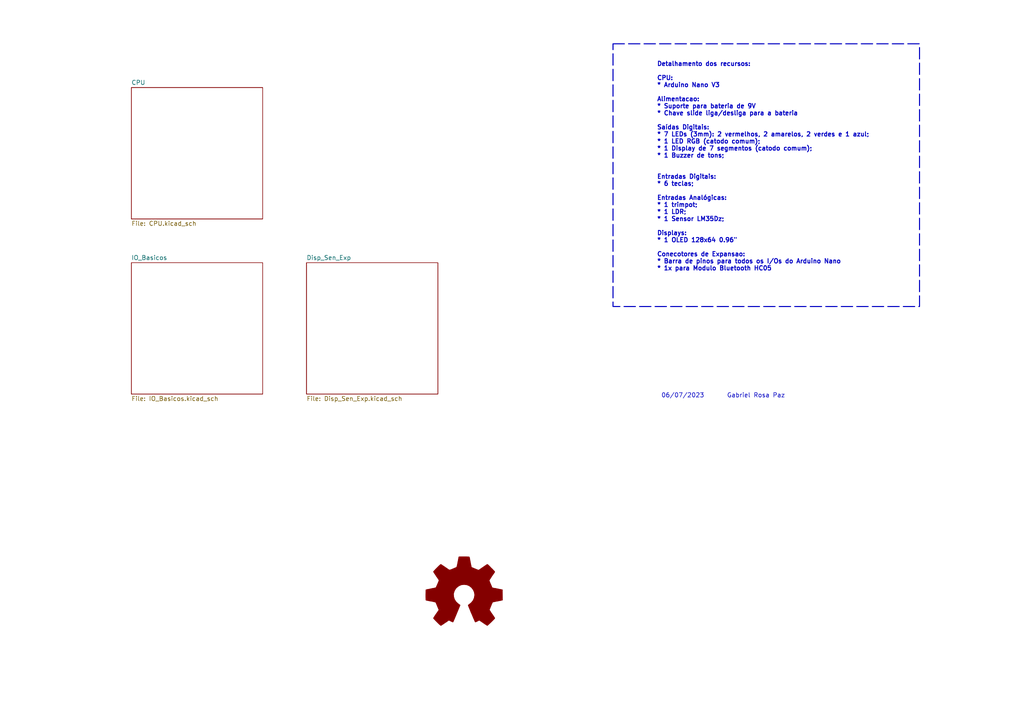
<source format=kicad_sch>
(kicad_sch (version 20230121) (generator eeschema)

  (uuid 3e591e0e-5437-4f77-92e2-a0af15396d17)

  (paper "A4")

  (title_block
    (title "Projeto Open LabGenios Arduino Nano")
    (date "2023-06-27")
    (rev "V1.0")
    (comment 1 "Gabriel Rosa Paz")
    (comment 3 "Placa para ensino de programação e microcontroladores para jovens e iniciantes")
    (comment 4 "Primeiro detalhamento")
  )

  (lib_symbols
    (symbol "Graphic:Logo_Open_Hardware_Large" (in_bom no) (on_board no)
      (property "Reference" "#SYM" (at 0 12.7 0)
        (effects (font (size 1.27 1.27)) hide)
      )
      (property "Value" "Logo_Open_Hardware_Large" (at 0 -10.16 0)
        (effects (font (size 1.27 1.27)) hide)
      )
      (property "Footprint" "" (at 0 0 0)
        (effects (font (size 1.27 1.27)) hide)
      )
      (property "Datasheet" "~" (at 0 0 0)
        (effects (font (size 1.27 1.27)) hide)
      )
      (property "Sim.Enable" "0" (at 0 0 0)
        (effects (font (size 1.27 1.27)) hide)
      )
      (property "ki_keywords" "Logo" (at 0 0 0)
        (effects (font (size 1.27 1.27)) hide)
      )
      (property "ki_description" "Open Hardware logo, large" (at 0 0 0)
        (effects (font (size 1.27 1.27)) hide)
      )
      (symbol "Logo_Open_Hardware_Large_1_1"
        (polyline
          (pts
            (xy 6.731 -8.7122)
            (xy 6.6294 -8.6614)
            (xy 6.35 -8.4836)
            (xy 5.9944 -8.255)
            (xy 5.5372 -7.9502)
            (xy 5.1054 -7.6454)
            (xy 4.7498 -7.4168)
            (xy 4.4958 -7.239)
            (xy 4.3942 -7.1882)
            (xy 4.318 -7.2136)
            (xy 4.1148 -7.3152)
            (xy 3.81 -7.4676)
            (xy 3.6322 -7.5692)
            (xy 3.3528 -7.6708)
            (xy 3.2258 -7.6962)
            (xy 3.2004 -7.6708)
            (xy 3.0988 -7.4676)
            (xy 2.9464 -7.0866)
            (xy 2.7178 -6.604)
            (xy 2.4892 -6.0452)
            (xy 2.2352 -5.4356)
            (xy 1.9558 -4.826)
            (xy 1.7272 -4.2164)
            (xy 1.4986 -3.683)
            (xy 1.3208 -3.2512)
            (xy 1.2192 -2.9464)
            (xy 1.1684 -2.8194)
            (xy 1.1938 -2.794)
            (xy 1.3208 -2.667)
            (xy 1.5748 -2.4892)
            (xy 2.0828 -2.0574)
            (xy 2.6162 -1.397)
            (xy 2.921 -0.6604)
            (xy 3.048 0.1524)
            (xy 2.9464 0.9144)
            (xy 2.6416 1.6256)
            (xy 2.1336 2.286)
            (xy 1.524 2.7686)
            (xy 0.8128 3.0734)
            (xy 0 3.175)
            (xy -0.762 3.0988)
            (xy -1.4986 2.794)
            (xy -2.159 2.286)
            (xy -2.4384 1.9812)
            (xy -2.8194 1.3208)
            (xy -3.048 0.6096)
            (xy -3.0734 0.4318)
            (xy -3.0226 -0.3556)
            (xy -2.794 -1.0922)
            (xy -2.3876 -1.7526)
            (xy -1.8288 -2.3114)
            (xy -1.7526 -2.3622)
            (xy -1.4732 -2.5654)
            (xy -1.2954 -2.6924)
            (xy -1.1684 -2.8194)
            (xy -2.159 -5.207)
            (xy -2.3114 -5.588)
            (xy -2.5908 -6.2484)
            (xy -2.8194 -6.8072)
            (xy -3.0226 -7.2644)
            (xy -3.1496 -7.5692)
            (xy -3.2258 -7.6708)
            (xy -3.2258 -7.6962)
            (xy -3.302 -7.6962)
            (xy -3.4798 -7.6454)
            (xy -3.8354 -7.4676)
            (xy -4.0386 -7.366)
            (xy -4.2926 -7.239)
            (xy -4.4196 -7.1882)
            (xy -4.5212 -7.239)
            (xy -4.7498 -7.3914)
            (xy -5.1054 -7.6454)
            (xy -5.5372 -7.9248)
            (xy -5.9436 -8.2042)
            (xy -6.3246 -8.4582)
            (xy -6.604 -8.636)
            (xy -6.731 -8.7122)
            (xy -6.7564 -8.7122)
            (xy -6.858 -8.636)
            (xy -7.0866 -8.4582)
            (xy -7.4168 -8.1534)
            (xy -7.874 -7.6962)
            (xy -7.9502 -7.62)
            (xy -8.3312 -7.239)
            (xy -8.636 -6.9088)
            (xy -8.8392 -6.6802)
            (xy -8.9154 -6.5786)
            (xy -8.9154 -6.5786)
            (xy -8.8392 -6.4516)
            (xy -8.6614 -6.1722)
            (xy -8.4328 -5.7912)
            (xy -8.128 -5.3594)
            (xy -7.3152 -4.191)
            (xy -7.7724 -3.0988)
            (xy -7.8994 -2.7686)
            (xy -8.0772 -2.3622)
            (xy -8.2042 -2.0828)
            (xy -8.255 -1.9558)
            (xy -8.382 -1.905)
            (xy -8.6614 -1.8542)
            (xy -9.0932 -1.7526)
            (xy -9.6266 -1.651)
            (xy -10.1092 -1.5748)
            (xy -10.541 -1.4732)
            (xy -10.8712 -1.4224)
            (xy -11.0236 -1.397)
            (xy -11.049 -1.3716)
            (xy -11.0744 -1.2954)
            (xy -11.0998 -1.143)
            (xy -11.0998 -0.889)
            (xy -11.1252 -0.4572)
            (xy -11.1252 0.1524)
            (xy -11.1252 0.2286)
            (xy -11.0998 0.8128)
            (xy -11.0998 1.27)
            (xy -11.0744 1.5494)
            (xy -11.0744 1.6764)
            (xy -11.0744 1.6764)
            (xy -10.922 1.7018)
            (xy -10.6172 1.778)
            (xy -10.16 1.8542)
            (xy -9.652 1.9558)
            (xy -9.6012 1.9812)
            (xy -9.0932 2.0828)
            (xy -8.636 2.159)
            (xy -8.3312 2.2352)
            (xy -8.2042 2.286)
            (xy -8.1788 2.3114)
            (xy -8.0772 2.5146)
            (xy -7.9248 2.8448)
            (xy -7.747 3.2512)
            (xy -7.5692 3.6576)
            (xy -7.4168 4.0386)
            (xy -7.3152 4.318)
            (xy -7.2898 4.445)
            (xy -7.2898 4.445)
            (xy -7.366 4.572)
            (xy -7.5438 4.826)
            (xy -7.7978 5.207)
            (xy -8.128 5.6642)
            (xy -8.128 5.6896)
            (xy -8.4328 6.1468)
            (xy -8.6868 6.5278)
            (xy -8.8392 6.7818)
            (xy -8.9154 6.9088)
            (xy -8.9154 6.9088)
            (xy -8.8138 7.0358)
            (xy -8.5852 7.2898)
            (xy -8.255 7.6454)
            (xy -7.874 8.0264)
            (xy -7.747 8.1534)
            (xy -7.3152 8.5852)
            (xy -7.0104 8.8646)
            (xy -6.8326 8.9916)
            (xy -6.731 9.0424)
            (xy -6.731 9.0424)
            (xy -6.604 8.9408)
            (xy -6.3246 8.763)
            (xy -5.9436 8.509)
            (xy -5.4864 8.2042)
            (xy -5.461 8.1788)
            (xy -5.0038 7.874)
            (xy -4.6482 7.62)
            (xy -4.3688 7.4422)
            (xy -4.2672 7.3914)
            (xy -4.2418 7.3914)
            (xy -4.064 7.4422)
            (xy -3.7338 7.5438)
            (xy -3.3528 7.6962)
            (xy -2.9464 7.874)
            (xy -2.5654 8.0264)
            (xy -2.286 8.1534)
            (xy -2.159 8.2296)
            (xy -2.159 8.2296)
            (xy -2.1082 8.382)
            (xy -2.032 8.7122)
            (xy -1.9304 9.1694)
            (xy -1.8288 9.7282)
            (xy -1.8034 9.8044)
            (xy -1.7018 10.3378)
            (xy -1.6256 10.7696)
            (xy -1.5748 11.0744)
            (xy -1.524 11.2014)
            (xy -1.4478 11.2268)
            (xy -1.1938 11.2522)
            (xy -0.8128 11.2522)
            (xy -0.3302 11.2522)
            (xy 0.1524 11.2522)
            (xy 0.6604 11.2522)
            (xy 1.0668 11.2268)
            (xy 1.3716 11.2014)
            (xy 1.4986 11.176)
            (xy 1.4986 11.176)
            (xy 1.5494 11.0236)
            (xy 1.6256 10.6934)
            (xy 1.7018 10.2108)
            (xy 1.8288 9.6774)
            (xy 1.8288 9.5758)
            (xy 1.9304 9.0424)
            (xy 2.032 8.6106)
            (xy 2.0828 8.3058)
            (xy 2.1336 8.2042)
            (xy 2.159 8.1788)
            (xy 2.3876 8.0772)
            (xy 2.7432 7.9248)
            (xy 3.175 7.747)
            (xy 4.191 7.3406)
            (xy 5.461 8.2042)
            (xy 5.5626 8.2804)
            (xy 6.0198 8.5852)
            (xy 6.3754 8.8392)
            (xy 6.6294 8.9916)
            (xy 6.7564 9.0424)
            (xy 6.7564 9.0424)
            (xy 6.8834 8.9408)
            (xy 7.1374 8.7122)
            (xy 7.4676 8.382)
            (xy 7.8486 7.9756)
            (xy 8.1534 7.6962)
            (xy 8.4836 7.3406)
            (xy 8.7122 7.112)
            (xy 8.8392 6.9596)
            (xy 8.8646 6.858)
            (xy 8.8646 6.8072)
            (xy 8.7884 6.6802)
            (xy 8.6106 6.4008)
            (xy 8.3312 6.0198)
            (xy 8.0264 5.588)
            (xy 7.7978 5.207)
            (xy 7.5184 4.8006)
            (xy 7.3406 4.4958)
            (xy 7.2898 4.3434)
            (xy 7.2898 4.2926)
            (xy 7.3914 4.0386)
            (xy 7.5184 3.683)
            (xy 7.7216 3.2258)
            (xy 8.1534 2.2352)
            (xy 8.7884 2.1082)
            (xy 9.1948 2.0574)
            (xy 9.7536 1.9304)
            (xy 10.2616 1.8288)
            (xy 11.0998 1.6764)
            (xy 11.1252 -1.3208)
            (xy 10.9982 -1.3716)
            (xy 10.8712 -1.397)
            (xy 10.5664 -1.4732)
            (xy 10.1346 -1.5494)
            (xy 9.6266 -1.651)
            (xy 9.1948 -1.7272)
            (xy 8.7376 -1.8288)
            (xy 8.4328 -1.8796)
            (xy 8.2804 -1.905)
            (xy 8.255 -1.9558)
            (xy 8.1534 -2.159)
            (xy 7.9756 -2.5146)
            (xy 7.8232 -2.921)
            (xy 7.6454 -3.3274)
            (xy 7.493 -3.7338)
            (xy 7.366 -4.0132)
            (xy 7.3406 -4.191)
            (xy 7.3914 -4.2926)
            (xy 7.5692 -4.5466)
            (xy 7.7978 -4.9276)
            (xy 8.1026 -5.3594)
            (xy 8.4074 -5.7912)
            (xy 8.6614 -6.1722)
            (xy 8.8138 -6.4262)
            (xy 8.89 -6.5532)
            (xy 8.8646 -6.6548)
            (xy 8.6868 -6.858)
            (xy 8.3566 -7.1882)
            (xy 7.874 -7.6708)
            (xy 7.7978 -7.747)
            (xy 7.3914 -8.128)
            (xy 7.0612 -8.4328)
            (xy 6.8326 -8.636)
            (xy 6.731 -8.7122)
          )
          (stroke (width 0) (type default))
          (fill (type outline))
        )
      )
    )
  )


  (rectangle (start 177.8 12.7) (end 266.7 88.9)
    (stroke (width 0.3) (type dash))
    (fill (type none))
    (uuid c907d5bf-5336-4de2-92a5-81515e464f69)
  )

  (text "Gabriel Rosa Paz" (at 210.82 115.57 0)
    (effects (font (size 1.27 1.27)) (justify left bottom))
    (uuid 1bff13d2-2990-40c5-aba0-c6d2a32cacea)
  )
  (text "06/07/2023" (at 191.77 115.57 0)
    (effects (font (size 1.27 1.27)) (justify left bottom))
    (uuid ab051534-e6c5-4944-b424-45da0635f959)
  )
  (text "Detalhamento dos recursos:\n\nCPU:\n* Arduino Nano V3\n\nAlimentacao:\n* Suporte para bateria de 9V\n* Chave slide liga/desliga para a bateria\n\nSaídas Digitais:\n* 7 LEDs (3mm): 2 vermelhos, 2 amarelos, 2 verdes e 1 azul;\n* 1 LED RGB (catodo comum);\n* 1 Display de 7 segmentos (catodo comum);\n* 1 Buzzer de tons;\n\n\nEntradas Digitais:\n* 6 teclas;\n\nEntradas Analógicas:\n* 1 trimpot;\n* 1 LDR;\n* 1 Sensor LM35Dz;\n\nDisplays:\n* 1 OLED 128x64 0.96\"\n\nConecotores de Expansao:\n* Barra de pinos para todos os I/Os do Arduino Nano\n* 1x para Modulo Bluetooth HC05\n"
    (at 190.5 78.74 0)
    (effects (font (size 1.27 1.27) (thickness 0.254) bold) (justify left bottom))
    (uuid c18380d2-85eb-4973-a2d5-ecd5a3be3af4)
  )

  (symbol (lib_id "Graphic:Logo_Open_Hardware_Large") (at 134.62 172.72 0) (unit 1)
    (in_bom no) (on_board no) (dnp no) (fields_autoplaced)
    (uuid 9a6f9c0c-43de-444a-8b3c-c29da88f5904)
    (property "Reference" "#SYM1" (at 134.62 160.02 0)
      (effects (font (size 1.27 1.27)) hide)
    )
    (property "Value" "Logo_Open_Hardware_Large" (at 134.62 182.88 0)
      (effects (font (size 1.27 1.27)) hide)
    )
    (property "Footprint" "" (at 134.62 172.72 0)
      (effects (font (size 1.27 1.27)) hide)
    )
    (property "Datasheet" "~" (at 134.62 172.72 0)
      (effects (font (size 1.27 1.27)) hide)
    )
    (property "Sim.Enable" "0" (at 134.62 172.72 0)
      (effects (font (size 1.27 1.27)) hide)
    )
    (instances
      (project "OpenLabGeniosNano_V1"
        (path "/3e591e0e-5437-4f77-92e2-a0af15396d17"
          (reference "#SYM1") (unit 1)
        )
      )
    )
  )

  (sheet (at 38.1 76.2) (size 38.1 38.1) (fields_autoplaced)
    (stroke (width 0.1524) (type solid))
    (fill (color 0 0 0 0.0000))
    (uuid 322f08a3-fa13-493f-a421-015cde9f503f)
    (property "Sheetname" "IO_Basicos" (at 38.1 75.4884 0)
      (effects (font (size 1.27 1.27)) (justify left bottom))
    )
    (property "Sheetfile" "IO_Basicos.kicad_sch" (at 38.1 114.8846 0)
      (effects (font (size 1.27 1.27)) (justify left top))
    )
    (instances
      (project "OpenLabGeniosNano_V1"
        (path "/3e591e0e-5437-4f77-92e2-a0af15396d17" (page "4"))
      )
    )
  )

  (sheet (at 88.9 76.2) (size 38.1 38.1) (fields_autoplaced)
    (stroke (width 0.1524) (type solid))
    (fill (color 0 0 0 0.0000))
    (uuid 9d633cb2-3519-43c7-a060-26de0e88c6f1)
    (property "Sheetname" "Disp_Sen_Exp" (at 88.9 75.4884 0)
      (effects (font (size 1.27 1.27)) (justify left bottom))
    )
    (property "Sheetfile" "Disp_Sen_Exp.kicad_sch" (at 88.9 114.8846 0)
      (effects (font (size 1.27 1.27)) (justify left top))
    )
    (instances
      (project "OpenLabGeniosNano_V1"
        (path "/3e591e0e-5437-4f77-92e2-a0af15396d17" (page "5"))
      )
    )
  )

  (sheet (at 38.1 25.4) (size 38.1 38.1) (fields_autoplaced)
    (stroke (width 0.1524) (type solid))
    (fill (color 0 0 0 0.0000))
    (uuid f8414006-11a4-4512-a312-f0bb7b7d6b37)
    (property "Sheetname" "CPU" (at 38.1 24.6884 0)
      (effects (font (size 1.27 1.27)) (justify left bottom))
    )
    (property "Sheetfile" "CPU.kicad_sch" (at 38.1 64.0846 0)
      (effects (font (size 1.27 1.27)) (justify left top))
    )
    (instances
      (project "OpenLabGeniosNano_V1"
        (path "/3e591e0e-5437-4f77-92e2-a0af15396d17" (page "2"))
      )
    )
  )

  (sheet_instances
    (path "/" (page "1"))
  )
)

</source>
